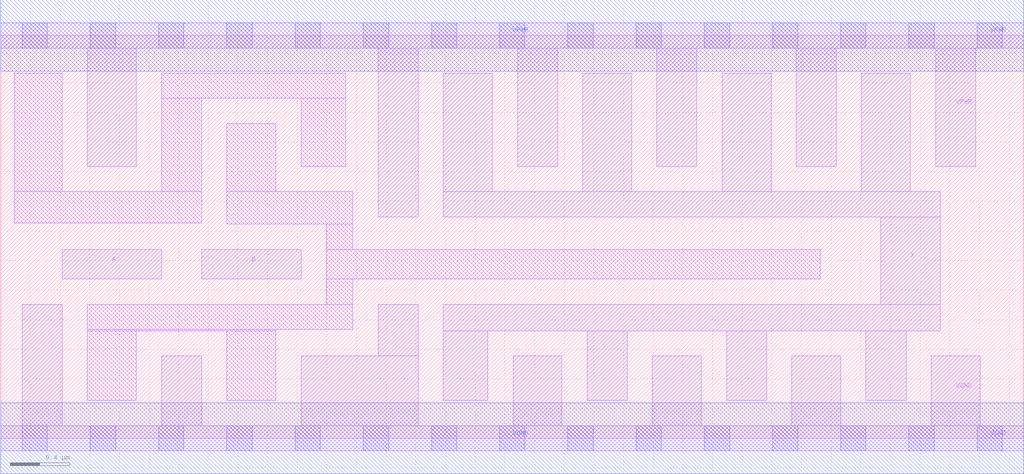
<source format=lef>
# Copyright 2020 The SkyWater PDK Authors
#
# Licensed under the Apache License, Version 2.0 (the "License");
# you may not use this file except in compliance with the License.
# You may obtain a copy of the License at
#
#     https://www.apache.org/licenses/LICENSE-2.0
#
# Unless required by applicable law or agreed to in writing, software
# distributed under the License is distributed on an "AS IS" BASIS,
# WITHOUT WARRANTIES OR CONDITIONS OF ANY KIND, either express or implied.
# See the License for the specific language governing permissions and
# limitations under the License.
#
# SPDX-License-Identifier: Apache-2.0

VERSION 5.7 ;
  NAMESCASESENSITIVE ON ;
  NOWIREEXTENSIONATPIN ON ;
  DIVIDERCHAR "/" ;
  BUSBITCHARS "[]" ;
UNITS
  DATABASE MICRONS 200 ;
END UNITS
PROPERTYDEFINITIONS
  MACRO maskLayoutSubType STRING ;
  MACRO prCellType STRING ;
  MACRO originalViewName STRING ;
END PROPERTYDEFINITIONS
MACRO sky130_fd_sc_hdll__or2_8
  CLASS CORE ;
  FOREIGN sky130_fd_sc_hdll__or2_8 ;
  ORIGIN  0.000000  0.000000 ;
  SIZE  6.900000 BY  2.720000 ;
  SYMMETRY X Y R90 ;
  SITE unithd ;
  PIN A
    ANTENNAGATEAREA  0.555000 ;
    DIRECTION INPUT ;
    USE SIGNAL ;
    PORT
      LAYER li1 ;
        RECT 0.415000 1.075000 1.085000 1.275000 ;
    END
  END A
  PIN B
    ANTENNAGATEAREA  0.555000 ;
    DIRECTION INPUT ;
    USE SIGNAL ;
    PORT
      LAYER li1 ;
        RECT 1.355000 1.075000 2.025000 1.275000 ;
    END
  END B
  PIN VGND
    ANTENNADIFFAREA  1.963000 ;
    DIRECTION INOUT ;
    USE SIGNAL ;
    PORT
      LAYER li1 ;
        RECT 0.000000 -0.085000 6.900000 0.085000 ;
        RECT 0.145000  0.085000 0.415000 0.905000 ;
        RECT 1.085000  0.085000 1.355000 0.555000 ;
        RECT 2.025000  0.085000 2.815000 0.555000 ;
        RECT 2.545000  0.555000 2.815000 0.905000 ;
        RECT 3.455000  0.085000 3.785000 0.555000 ;
        RECT 4.395000  0.085000 4.725000 0.555000 ;
        RECT 5.335000  0.085000 5.665000 0.555000 ;
        RECT 6.275000  0.085000 6.605000 0.555000 ;
      LAYER mcon ;
        RECT 0.145000 -0.085000 0.315000 0.085000 ;
        RECT 0.605000 -0.085000 0.775000 0.085000 ;
        RECT 1.065000 -0.085000 1.235000 0.085000 ;
        RECT 1.525000 -0.085000 1.695000 0.085000 ;
        RECT 1.985000 -0.085000 2.155000 0.085000 ;
        RECT 2.445000 -0.085000 2.615000 0.085000 ;
        RECT 2.905000 -0.085000 3.075000 0.085000 ;
        RECT 3.365000 -0.085000 3.535000 0.085000 ;
        RECT 3.825000 -0.085000 3.995000 0.085000 ;
        RECT 4.285000 -0.085000 4.455000 0.085000 ;
        RECT 4.745000 -0.085000 4.915000 0.085000 ;
        RECT 5.205000 -0.085000 5.375000 0.085000 ;
        RECT 5.665000 -0.085000 5.835000 0.085000 ;
        RECT 6.125000 -0.085000 6.295000 0.085000 ;
        RECT 6.585000 -0.085000 6.755000 0.085000 ;
      LAYER met1 ;
        RECT 0.000000 -0.240000 6.900000 0.240000 ;
    END
  END VGND
  PIN VPWR
    ANTENNADIFFAREA  1.710000 ;
    DIRECTION INOUT ;
    USE SIGNAL ;
    PORT
      LAYER li1 ;
        RECT 0.000000 2.635000 6.900000 2.805000 ;
        RECT 0.585000 1.835000 0.915000 2.635000 ;
        RECT 2.545000 1.495000 2.815000 2.635000 ;
        RECT 3.485000 1.835000 3.755000 2.635000 ;
        RECT 4.425000 1.835000 4.695000 2.635000 ;
        RECT 5.365000 1.835000 5.635000 2.635000 ;
        RECT 6.305000 1.835000 6.575000 2.635000 ;
      LAYER mcon ;
        RECT 0.145000 2.635000 0.315000 2.805000 ;
        RECT 0.605000 2.635000 0.775000 2.805000 ;
        RECT 1.065000 2.635000 1.235000 2.805000 ;
        RECT 1.525000 2.635000 1.695000 2.805000 ;
        RECT 1.985000 2.635000 2.155000 2.805000 ;
        RECT 2.445000 2.635000 2.615000 2.805000 ;
        RECT 2.905000 2.635000 3.075000 2.805000 ;
        RECT 3.365000 2.635000 3.535000 2.805000 ;
        RECT 3.825000 2.635000 3.995000 2.805000 ;
        RECT 4.285000 2.635000 4.455000 2.805000 ;
        RECT 4.745000 2.635000 4.915000 2.805000 ;
        RECT 5.205000 2.635000 5.375000 2.805000 ;
        RECT 5.665000 2.635000 5.835000 2.805000 ;
        RECT 6.125000 2.635000 6.295000 2.805000 ;
        RECT 6.585000 2.635000 6.755000 2.805000 ;
      LAYER met1 ;
        RECT 0.000000 2.480000 6.900000 2.960000 ;
    END
  END VPWR
  PIN X
    ANTENNADIFFAREA  1.862000 ;
    DIRECTION OUTPUT ;
    USE SIGNAL ;
    PORT
      LAYER li1 ;
        RECT 2.985000 0.255000 3.285000 0.725000 ;
        RECT 2.985000 0.725000 6.335000 0.905000 ;
        RECT 2.985000 1.495000 6.335000 1.665000 ;
        RECT 2.985000 1.665000 3.315000 2.465000 ;
        RECT 3.925000 1.665000 4.255000 2.465000 ;
        RECT 3.955000 0.255000 4.225000 0.725000 ;
        RECT 4.865000 1.665000 5.195000 2.465000 ;
        RECT 4.895000 0.255000 5.165000 0.725000 ;
        RECT 5.805000 1.665000 6.135000 2.465000 ;
        RECT 5.835000 0.255000 6.105000 0.725000 ;
        RECT 5.935000 0.905000 6.335000 1.495000 ;
    END
  END X
  OBS
    LAYER li1 ;
      RECT 0.090000 1.455000 1.355000 1.665000 ;
      RECT 0.090000 1.665000 0.415000 2.465000 ;
      RECT 0.585000 0.255000 0.915000 0.725000 ;
      RECT 0.585000 0.725000 1.855000 0.735000 ;
      RECT 0.585000 0.735000 2.375000 0.905000 ;
      RECT 1.085000 1.665000 1.355000 2.295000 ;
      RECT 1.085000 2.295000 2.325000 2.465000 ;
      RECT 1.525000 0.255000 1.855000 0.725000 ;
      RECT 1.525000 1.445000 2.375000 1.665000 ;
      RECT 1.525000 1.665000 1.855000 2.125000 ;
      RECT 2.025000 1.835000 2.325000 2.295000 ;
      RECT 2.195000 0.905000 2.375000 1.075000 ;
      RECT 2.195000 1.075000 5.525000 1.275000 ;
      RECT 2.195000 1.275000 2.375000 1.445000 ;
  END
  PROPERTY maskLayoutSubType "abstract" ;
  PROPERTY prCellType "standard" ;
  PROPERTY originalViewName "layout" ;
END sky130_fd_sc_hdll__or2_8

</source>
